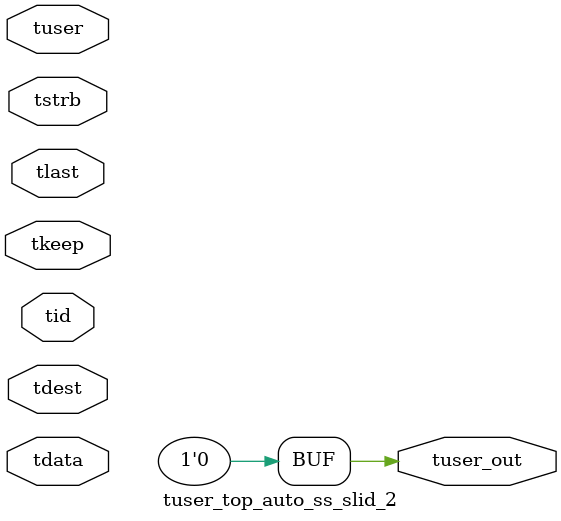
<source format=v>


`timescale 1ps/1ps

module tuser_top_auto_ss_slid_2 #
(
parameter C_S_AXIS_TUSER_WIDTH = 1,
parameter C_S_AXIS_TDATA_WIDTH = 32,
parameter C_S_AXIS_TID_WIDTH   = 0,
parameter C_S_AXIS_TDEST_WIDTH = 0,
parameter C_M_AXIS_TUSER_WIDTH = 1
)
(
input  [(C_S_AXIS_TUSER_WIDTH == 0 ? 1 : C_S_AXIS_TUSER_WIDTH)-1:0     ] tuser,
input  [(C_S_AXIS_TDATA_WIDTH == 0 ? 1 : C_S_AXIS_TDATA_WIDTH)-1:0     ] tdata,
input  [(C_S_AXIS_TID_WIDTH   == 0 ? 1 : C_S_AXIS_TID_WIDTH)-1:0       ] tid,
input  [(C_S_AXIS_TDEST_WIDTH == 0 ? 1 : C_S_AXIS_TDEST_WIDTH)-1:0     ] tdest,
input  [(C_S_AXIS_TDATA_WIDTH/8)-1:0 ] tkeep,
input  [(C_S_AXIS_TDATA_WIDTH/8)-1:0 ] tstrb,
input                                                                    tlast,
output [C_M_AXIS_TUSER_WIDTH-1:0] tuser_out
);

assign tuser_out = {1'b0};

endmodule


</source>
